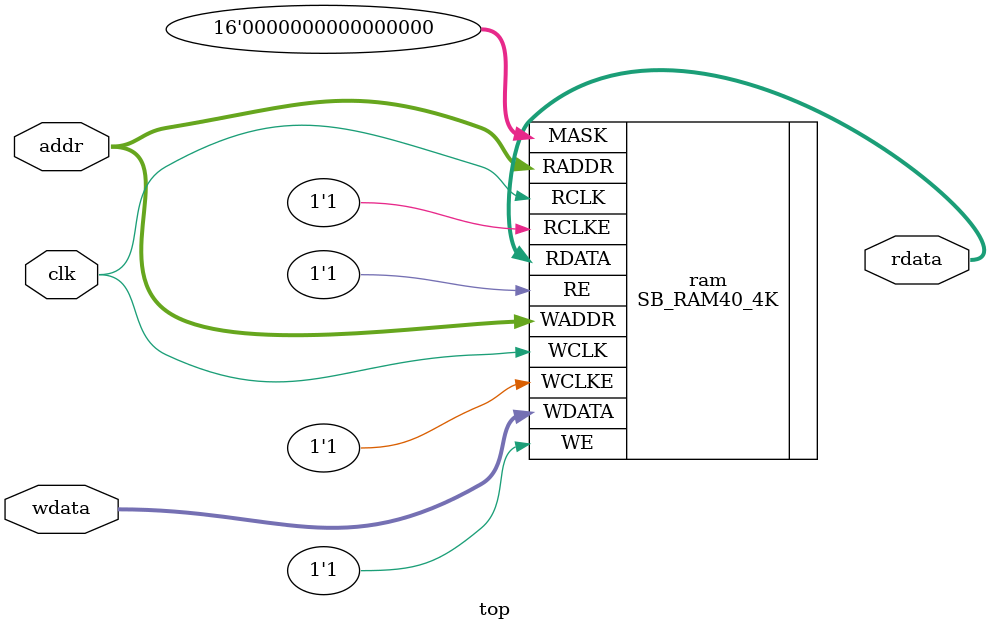
<source format=v>
module top (
	input clk,
	input [15:0] wdata,
	output [15:0] rdata,
	input [7:0] addr
);
	SB_RAM40_4K #(
		.WRITE_MODE(0),
		.READ_MODE(0)
	) ram (
		.RDATA(rdata),
		.RADDR(addr),
		.RCLK(clk),
		.RCLKE(1'b1),
		.RE(1'b1),
		.WADDR(addr),
		.WCLK(clk),
		.WCLKE(1'b1),
		.WDATA(wdata),
		.WE(1'b1),
		.MASK(16'b0)
	);

	defparam ram.INIT_0 = 256'h123456789abcdef00000dddd0000eeee00000012483569ac0111044400000001;
	defparam ram.INIT_1 = 256'h56789abcdef123400000dddd0000eeee00000012483569ac0111044401000002;
	defparam ram.INIT_2 = 256'habcdef12345678900000dddd0000eeee00000012483569ac0111044402000004;
	defparam ram.INIT_3 = 256'h00000000000000000000dddd0000eeee00000012483569ac0111044403000008;
	defparam ram.INIT_4 = 256'hffff000022220000444400006666000088880012483569ac0111044404000010;
	defparam ram.INIT_5 = 256'hffff000022220000444400006666000088880012483569ac0111044405000020;
	defparam ram.INIT_6 = 256'hffff000022220000444400006666000088880012483569ac0111044406000040;
	defparam ram.INIT_7 = 256'hffff000022220000444400006666000088880012483569ac0111044407000080;
	defparam ram.INIT_8 = 256'h0000111100003333000055550000777700000012483569ac0111044408000100;
	defparam ram.INIT_9 = 256'h0000111100003333000055550000777700000012483569ac0111044409000200;
	defparam ram.INIT_A = 256'h0000111100003333000055550000777700000012483569ac011104440a000400;
	defparam ram.INIT_B = 256'h0000111100003333000055550000777700000012483569ac011104440b000800;
	defparam ram.INIT_C = 256'h0123000099990000aaaa0000bbbb0000cccc0012483569ac011104440c001000;
	defparam ram.INIT_D = 256'h4567000099990000aaaa0000bbbb0000cccc0012483569ac011104440d002000;
	defparam ram.INIT_E = 256'h89ab000099990000aaaa0000bbbb0000cccc0012483569ac011104440e004000;
	defparam ram.INIT_F = 256'hcdef000099990000aaaa0000bbbb0000cccc0012483569ac011104440f008000;
endmodule

</source>
